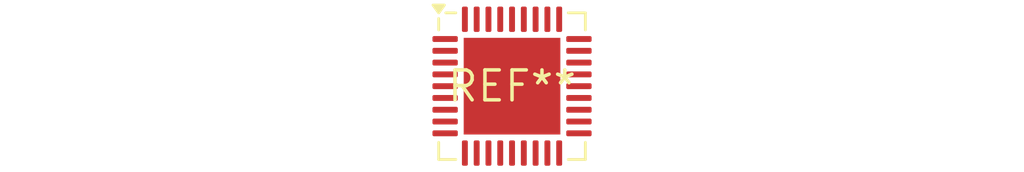
<source format=kicad_pcb>
(kicad_pcb (version 20240108) (generator pcbnew)
  (layers (0 "F.Cu" signal) (31 "B.Cu" signal) (34 "B.Paste" user) (35 "F.Paste" user) (36 "B.SilkS" user "B.Silkscreen") (37 "F.SilkS" user "F.Silkscreen") (38 "B.Mask" user) (39 "F.Mask" user) (44 "Edge.Cuts" user))
  (net 0 "")
  (footprint "QFN-36-1EP_6x6mm_P0.5mm_EP4.1x4.1mm" (layer "F.Cu") (at 0 0)
    (property "Reference" "REF**")
    (property "Value" "QFN-36-1EP_6x6mm_P0.5mm_EP4.1x4.1mm")
    (fp_line (start -3.11 -2.385) (end -3.11 -2.87) (layer "F.SilkS") (stroke (width 0.12)))
    (fp_line (start -3.11 3.11) (end -3.11 2.385) (layer "F.SilkS") (stroke (width 0.12)))
    (fp_line (start -2.385 -3.11) (end -2.81 -3.11) (layer "F.SilkS") (stroke (width 0.12)))
    (fp_line (start -2.385 3.11) (end -3.11 3.11) (layer "F.SilkS") (stroke (width 0.12)))
    (fp_line (start 2.385 -3.11) (end 3.11 -3.11) (layer "F.SilkS") (stroke (width 0.12)))
    (fp_line (start 2.385 3.11) (end 3.11 3.11) (layer "F.SilkS") (stroke (width 0.12)))
    (fp_line (start 3.11 -3.11) (end 3.11 -2.385) (layer "F.SilkS") (stroke (width 0.12)))
    (fp_line (start 3.11 3.11) (end 3.11 2.385) (layer "F.SilkS") (stroke (width 0.12)))
    (fp_poly (pts (xy -3.11 -3.11) (xy -3.35 -3.44) (xy -2.87 -3.44) (xy -3.11 -3.11)) (layer "F.SilkS") (stroke (width 0.12)) (fill solid))
    (pad "1" smd roundrect (at -2.8375 -2) (size 1.075 0.25) (layers "F.Cu" "F.Paste" "F.Mask"))
    (pad "2" smd roundrect (at -2.8375 -1.5) (size 1.075 0.25) (layers "F.Cu" "F.Paste" "F.Mask"))
    (pad "3" smd roundrect (at -2.8375 -1) (size 1.075 0.25) (layers "F.Cu" "F.Paste" "F.Mask"))
    (pad "4" smd roundrect (at -2.8375 -0.5) (size 1.075 0.25) (layers "F.Cu" "F.Paste" "F.Mask"))
    (pad "5" smd roundrect (at -2.8375 0) (size 1.075 0.25) (layers "F.Cu" "F.Paste" "F.Mask"))
    (pad "6" smd roundrect (at -2.8375 0.5) (size 1.075 0.25) (layers "F.Cu" "F.Paste" "F.Mask"))
    (pad "7" smd roundrect (at -2.8375 1) (size 1.075 0.25) (layers "F.Cu" "F.Paste" "F.Mask"))
    (pad "8" smd roundrect (at -2.8375 1.5) (size 1.075 0.25) (layers "F.Cu" "F.Paste" "F.Mask"))
    (pad "9" smd roundrect (at -2.8375 2) (size 1.075 0.25) (layers "F.Cu" "F.Paste" "F.Mask"))
    (pad "10" smd roundrect (at -2 2.8375) (size 0.25 1.075) (layers "F.Cu" "F.Paste" "F.Mask"))
    (pad "11" smd roundrect (at -1.5 2.8375) (size 0.25 1.075) (layers "F.Cu" "F.Paste" "F.Mask"))
    (pad "12" smd roundrect (at -1 2.8375) (size 0.25 1.075) (layers "F.Cu" "F.Paste" "F.Mask"))
    (pad "13" smd roundrect (at -0.5 2.8375) (size 0.25 1.075) (layers "F.Cu" "F.Paste" "F.Mask"))
    (pad "14" smd roundrect (at 0 2.8375) (size 0.25 1.075) (layers "F.Cu" "F.Paste" "F.Mask"))
    (pad "15" smd roundrect (at 0.5 2.8375) (size 0.25 1.075) (layers "F.Cu" "F.Paste" "F.Mask"))
    (pad "16" smd roundrect (at 1 2.8375) (size 0.25 1.075) (layers "F.Cu" "F.Paste" "F.Mask"))
    (pad "17" smd roundrect (at 1.5 2.8375) (size 0.25 1.075) (layers "F.Cu" "F.Paste" "F.Mask"))
    (pad "18" smd roundrect (at 2 2.8375) (size 0.25 1.075) (layers "F.Cu" "F.Paste" "F.Mask"))
    (pad "19" smd roundrect (at 2.8375 2) (size 1.075 0.25) (layers "F.Cu" "F.Paste" "F.Mask"))
    (pad "20" smd roundrect (at 2.8375 1.5) (size 1.075 0.25) (layers "F.Cu" "F.Paste" "F.Mask"))
    (pad "21" smd roundrect (at 2.8375 1) (size 1.075 0.25) (layers "F.Cu" "F.Paste" "F.Mask"))
    (pad "22" smd roundrect (at 2.8375 0.5) (size 1.075 0.25) (layers "F.Cu" "F.Paste" "F.Mask"))
    (pad "23" smd roundrect (at 2.8375 0) (size 1.075 0.25) (layers "F.Cu" "F.Paste" "F.Mask"))
    (pad "24" smd roundrect (at 2.8375 -0.5) (size 1.075 0.25) (layers "F.Cu" "F.Paste" "F.Mask"))
    (pad "25" smd roundrect (at 2.8375 -1) (size 1.075 0.25) (layers "F.Cu" "F.Paste" "F.Mask"))
    (pad "26" smd roundrect (at 2.8375 -1.5) (size 1.075 0.25) (layers "F.Cu" "F.Paste" "F.Mask"))
    (pad "27" smd roundrect (at 2.8375 -2) (size 1.075 0.25) (layers "F.Cu" "F.Paste" "F.Mask"))
    (pad "28" smd roundrect (at 2 -2.8375) (size 0.25 1.075) (layers "F.Cu" "F.Paste" "F.Mask"))
    (pad "29" smd roundrect (at 1.5 -2.8375) (size 0.25 1.075) (layers "F.Cu" "F.Paste" "F.Mask"))
    (pad "30" smd roundrect (at 1 -2.8375) (size 0.25 1.075) (layers "F.Cu" "F.Paste" "F.Mask"))
    (pad "31" smd roundrect (at 0.5 -2.8375) (size 0.25 1.075) (layers "F.Cu" "F.Paste" "F.Mask"))
    (pad "32" smd roundrect (at 0 -2.8375) (size 0.25 1.075) (layers "F.Cu" "F.Paste" "F.Mask"))
    (pad "33" smd roundrect (at -0.5 -2.8375) (size 0.25 1.075) (layers "F.Cu" "F.Paste" "F.Mask"))
    (pad "34" smd roundrect (at -1 -2.8375) (size 0.25 1.075) (layers "F.Cu" "F.Paste" "F.Mask"))
    (pad "35" smd roundrect (at -1.5 -2.8375) (size 0.25 1.075) (layers "F.Cu" "F.Paste" "F.Mask"))
    (pad "36" smd roundrect (at -2 -2.8375) (size 0.25 1.075) (layers "F.Cu" "F.Paste" "F.Mask"))
    (pad "37" smd rect (at 0 0) (size 4.1 4.1) (property pad_prop_heatsink) (layers "F.Cu" "F.Mask"))
  )
)
</source>
